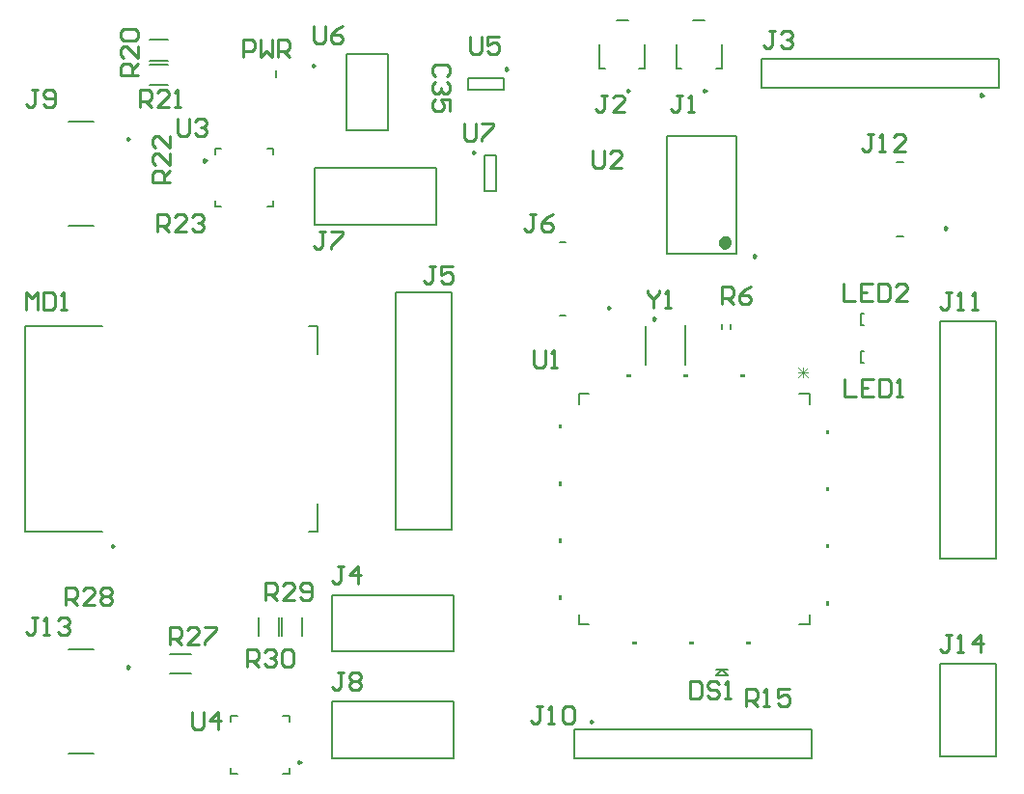
<source format=gto>
G04*
G04 #@! TF.GenerationSoftware,Altium Limited,Altium Designer,21.0.9 (235)*
G04*
G04 Layer_Color=65535*
%FSLAX25Y25*%
%MOIN*%
G70*
G04*
G04 #@! TF.SameCoordinates,E84AEAD4-148F-411F-9A4D-F382D4A6362F*
G04*
G04*
G04 #@! TF.FilePolarity,Positive*
G04*
G01*
G75*
%ADD10C,0.02362*%
%ADD11C,0.00984*%
%ADD12C,0.00600*%
%ADD13C,0.00787*%
%ADD14C,0.01000*%
%ADD15C,0.00300*%
G36*
X456047Y213721D02*
Y212721D01*
X454547D01*
Y213721D01*
X456047D01*
D02*
G37*
G36*
X430266Y228159D02*
Y229660D01*
X429266D01*
Y228159D01*
X430266D01*
D02*
G37*
G36*
Y247845D02*
Y249344D01*
X429266D01*
Y247845D01*
X430266D01*
D02*
G37*
G36*
Y267530D02*
Y269029D01*
X429266D01*
Y267530D01*
X430266D01*
D02*
G37*
G36*
Y287215D02*
Y288715D01*
X429266D01*
Y287215D01*
X430266D01*
D02*
G37*
G36*
X454078Y305121D02*
Y306121D01*
X452578D01*
Y305121D01*
X454078D01*
D02*
G37*
G36*
X473763D02*
Y306121D01*
X472263D01*
Y305121D01*
X473763D01*
D02*
G37*
G36*
X475732Y213721D02*
Y212721D01*
X474232D01*
Y213721D01*
X475732D01*
D02*
G37*
G36*
X495417D02*
Y212721D01*
X493917D01*
Y213721D01*
X495417D01*
D02*
G37*
G36*
X521666Y226191D02*
Y227691D01*
X522666D01*
Y226191D01*
X521666D01*
D02*
G37*
G36*
Y245876D02*
Y247376D01*
X522666D01*
Y245876D01*
X521666D01*
D02*
G37*
G36*
Y265561D02*
Y267061D01*
X522666D01*
Y265561D01*
X521666D01*
D02*
G37*
G36*
Y285246D02*
Y286746D01*
X522666D01*
Y285246D01*
X521666D01*
D02*
G37*
G36*
X493448Y305121D02*
Y306121D01*
X491948D01*
Y305121D01*
X493448D01*
D02*
G37*
D10*
X487653Y351661D02*
X487209Y352585D01*
X486210Y352813D01*
X485408Y352174D01*
Y351149D01*
X486210Y350510D01*
X487209Y350738D01*
X487653Y351661D01*
D11*
X497201Y346957D02*
X496463Y347383D01*
Y346531D01*
X497201Y346957D01*
X563299Y356598D02*
X562561Y357025D01*
Y356172D01*
X563299Y356598D01*
X440992Y185992D02*
X440254Y186418D01*
Y185566D01*
X440992Y185992D01*
X275468Y246760D02*
X274730Y247186D01*
Y246334D01*
X275468Y246760D01*
X307410Y379906D02*
X306671Y380332D01*
Y379479D01*
X307410Y379906D01*
X280764Y387390D02*
X280026Y387816D01*
Y386964D01*
X280764Y387390D01*
X340075Y172095D02*
X339337Y172521D01*
Y171668D01*
X340075Y172095D01*
X462653Y325252D02*
X461915Y325678D01*
Y324826D01*
X462653Y325252D01*
X400185Y382685D02*
X399447Y383111D01*
Y382259D01*
X400185Y382685D01*
X411480Y411500D02*
X410742Y411926D01*
Y411074D01*
X411480Y411500D01*
X480020Y404091D02*
X479282Y404517D01*
Y403664D01*
X480020Y404091D01*
X280764Y204890D02*
X280026Y205316D01*
Y204464D01*
X280764Y204890D01*
X344988Y412752D02*
X344250Y413178D01*
Y412326D01*
X344988Y412752D01*
X453520Y404091D02*
X452781Y404517D01*
Y403664D01*
X453520Y404091D01*
X446799Y329098D02*
X446061Y329525D01*
Y328672D01*
X446799Y329098D01*
X575693Y402524D02*
X574955Y402950D01*
Y402097D01*
X575693Y402524D01*
D12*
X515816Y295730D02*
Y299271D01*
X436116Y295730D02*
Y299271D01*
Y219571D02*
X439657D01*
X515816D02*
Y223112D01*
X512275Y299271D02*
X515816D01*
X436116D02*
X439657D01*
X436116Y219571D02*
Y223112D01*
X512275Y219571D02*
X515816D01*
D13*
X466590Y388276D02*
X490410D01*
X466590Y347724D02*
X490410D01*
X466590D02*
Y388276D01*
X490410Y347724D02*
Y388276D01*
X545957Y353744D02*
X548043D01*
X545957Y379256D02*
X548043D01*
X560697Y324504D02*
X580185D01*
X560697Y242496D02*
Y324504D01*
Y242496D02*
X580185D01*
Y324504D01*
X516484Y173433D02*
Y183433D01*
X434516Y173433D02*
X516484D01*
X434516D02*
Y183433D01*
X516484D01*
X483596Y202200D02*
X485565Y204169D01*
X485565D01*
X487533Y202200D01*
X483596D02*
X487533D01*
X483596Y204169D02*
X487533D01*
X244996Y251583D02*
X271433D01*
X342929D02*
X345783D01*
Y312961D02*
Y322843D01*
Y251583D02*
Y261465D01*
X244996Y322843D02*
X271433D01*
X342929D02*
X345783D01*
X244996Y251583D02*
Y322843D01*
X310461Y381972D02*
Y384039D01*
Y363961D02*
Y366028D01*
X328472Y363961D02*
X330539D01*
X310461D02*
X312528D01*
X330539Y381972D02*
Y384039D01*
Y363961D02*
Y366028D01*
X328472Y384039D02*
X330539D01*
X310461D02*
X312528D01*
X287850Y421543D02*
X294150D01*
X287850Y414457D02*
X294150D01*
X287850Y413043D02*
X294150D01*
X287850Y405957D02*
X294150D01*
X259760Y357508D02*
X268421D01*
X259760Y393492D02*
X268421D01*
X485622Y321713D02*
Y323287D01*
X488378Y321713D02*
Y323287D01*
X333457Y215850D02*
Y222150D01*
X340543Y215850D02*
Y222150D01*
X325457Y215850D02*
Y222150D01*
X332543Y215850D02*
Y222150D01*
X294716Y202555D02*
X302284D01*
X294716Y209445D02*
X302284D01*
X336039Y167961D02*
Y170028D01*
Y185972D02*
Y188039D01*
X315961D02*
X318028D01*
X333972D02*
X336039D01*
X315961Y167961D02*
Y170028D01*
Y185972D02*
Y188039D01*
Y167961D02*
X318028D01*
X333972D02*
X336039D01*
X459110Y309248D02*
Y322634D01*
X472890Y309504D02*
Y322890D01*
X407469Y369398D02*
Y381602D01*
X403532Y369398D02*
Y381602D01*
Y369398D02*
X407469D01*
X403532Y381602D02*
X407469D01*
X410102Y404512D02*
Y408449D01*
X397898Y404512D02*
Y408449D01*
X410102D01*
X397898Y404512D02*
X410102D01*
X533410Y310032D02*
Y313968D01*
Y310032D02*
X534590D01*
X533410Y313968D02*
X534590D01*
X533410Y323031D02*
Y326969D01*
Y323031D02*
X534590D01*
X533410Y326969D02*
X534590D01*
X372756Y252496D02*
X392244D01*
Y334504D01*
X372756D02*
X392244D01*
X372756Y252496D02*
Y334504D01*
X475591Y428402D02*
X479528D01*
X469685Y411669D02*
Y420035D01*
X485433Y411669D02*
Y420035D01*
X469685Y411669D02*
X471654D01*
X483465D02*
X485433D01*
X259760Y175008D02*
X268421D01*
X259760Y210992D02*
X268421D01*
X393004Y210256D02*
Y229744D01*
X350996D02*
X393004D01*
X350996Y210256D02*
Y229744D01*
Y210256D02*
X393004D01*
X355716Y390311D02*
Y416689D01*
Y390311D02*
X370284D01*
Y416689D01*
X355716D02*
X370284D01*
X344996Y357756D02*
X387004D01*
X344996D02*
Y377244D01*
X387004D01*
Y357756D02*
Y377244D01*
X449090Y428402D02*
X453027D01*
X443185Y411669D02*
Y420035D01*
X458933Y411669D02*
Y420035D01*
X443185Y411669D02*
X445154D01*
X456965D02*
X458933D01*
X580185Y173933D02*
Y205941D01*
X560697Y173933D02*
Y205941D01*
X580185D01*
X560697Y173933D02*
X580185D01*
X350996Y192921D02*
X393004D01*
Y173433D02*
Y192921D01*
X350996Y173433D02*
X393004D01*
X350996D02*
Y192921D01*
X429457Y326244D02*
X431543D01*
X429457Y351756D02*
X431543D01*
X499217Y405083D02*
Y415083D01*
X581185D01*
Y405083D02*
Y415083D01*
X499217Y405083D02*
X581185D01*
X331405Y408819D02*
Y411181D01*
D14*
X420501Y314499D02*
Y309501D01*
X421501Y308501D01*
X423500D01*
X424500Y309501D01*
Y314499D01*
X426499Y308501D02*
X428499D01*
X427499D01*
Y314499D01*
X426499Y313499D01*
X441002Y383499D02*
Y378501D01*
X442001Y377501D01*
X444001D01*
X445000Y378501D01*
Y383499D01*
X450998Y377501D02*
X447000D01*
X450998Y381500D01*
Y382499D01*
X449999Y383499D01*
X447999D01*
X447000Y382499D01*
X259003Y226501D02*
Y232499D01*
X262002D01*
X263001Y231499D01*
Y229500D01*
X262002Y228500D01*
X259003D01*
X261002D02*
X263001Y226501D01*
X268999D02*
X265001D01*
X268999Y230500D01*
Y231499D01*
X268000Y232499D01*
X266000D01*
X265001Y231499D01*
X270999D02*
X271998Y232499D01*
X273998D01*
X274997Y231499D01*
Y230500D01*
X273998Y229500D01*
X274997Y228500D01*
Y227501D01*
X273998Y226501D01*
X271998D01*
X270999Y227501D01*
Y228500D01*
X271998Y229500D01*
X270999Y230500D01*
Y231499D01*
X271998Y229500D02*
X273998D01*
X537699Y388998D02*
X535699D01*
X536699D01*
Y384000D01*
X535699Y383000D01*
X534700D01*
X533700Y384000D01*
X539698Y383000D02*
X541697D01*
X540698D01*
Y388998D01*
X539698Y387998D01*
X548695Y383000D02*
X544696D01*
X548695Y386999D01*
Y387998D01*
X547695Y388998D01*
X545696D01*
X544696Y387998D01*
X564699Y334498D02*
X562699D01*
X563699D01*
Y329500D01*
X562699Y328500D01*
X561700D01*
X560700Y329500D01*
X566698Y328500D02*
X568697D01*
X567698D01*
Y334498D01*
X566698Y333498D01*
X571696Y328500D02*
X573696D01*
X572696D01*
Y334498D01*
X571696Y333498D01*
X423501Y191499D02*
X421502D01*
X422502D01*
Y186501D01*
X421502Y185501D01*
X420502D01*
X419502Y186501D01*
X425500Y185501D02*
X427500D01*
X426500D01*
Y191499D01*
X425500Y190499D01*
X430499D02*
X431498Y191499D01*
X433498D01*
X434498Y190499D01*
Y186501D01*
X433498Y185501D01*
X431498D01*
X430499Y186501D01*
Y190499D01*
X494002Y191501D02*
Y197499D01*
X497002D01*
X498001Y196499D01*
Y194500D01*
X497002Y193500D01*
X494002D01*
X496002D02*
X498001Y191501D01*
X500000D02*
X502000D01*
X501000D01*
Y197499D01*
X500000Y196499D01*
X508998Y197499D02*
X504999D01*
Y194500D01*
X506998Y195500D01*
X507998D01*
X508998Y194500D01*
Y192501D01*
X507998Y191501D01*
X505999D01*
X504999Y192501D01*
X474502Y199999D02*
Y194001D01*
X477501D01*
X478501Y195001D01*
Y198999D01*
X477501Y199999D01*
X474502D01*
X484499Y198999D02*
X483499Y199999D01*
X481500D01*
X480500Y198999D01*
Y198000D01*
X481500Y197000D01*
X483499D01*
X484499Y196000D01*
Y195001D01*
X483499Y194001D01*
X481500D01*
X480500Y195001D01*
X486498Y194001D02*
X488498D01*
X487498D01*
Y199999D01*
X486498Y198999D01*
X245200Y328400D02*
Y334398D01*
X247199Y332399D01*
X249199Y334398D01*
Y328400D01*
X251198Y334398D02*
Y328400D01*
X254197D01*
X255197Y329400D01*
Y333398D01*
X254197Y334398D01*
X251198D01*
X257196Y328400D02*
X259195D01*
X258196D01*
Y334398D01*
X257196Y333398D01*
X297502Y394499D02*
Y389501D01*
X298501Y388501D01*
X300501D01*
X301500Y389501D01*
Y394499D01*
X303500Y393499D02*
X304499Y394499D01*
X306499D01*
X307498Y393499D01*
Y392500D01*
X306499Y391500D01*
X305499D01*
X306499D01*
X307498Y390500D01*
Y389501D01*
X306499Y388501D01*
X304499D01*
X303500Y389501D01*
X294857Y372207D02*
X288859D01*
Y375206D01*
X289859Y376206D01*
X291858D01*
X292858Y375206D01*
Y372207D01*
Y374206D02*
X294857Y376206D01*
Y382204D02*
Y378205D01*
X290858Y382204D01*
X289859D01*
X288859Y381204D01*
Y379205D01*
X289859Y378205D01*
X294857Y388202D02*
Y384203D01*
X290858Y388202D01*
X289859D01*
X288859Y387202D01*
Y385203D01*
X289859Y384203D01*
X290503Y355501D02*
Y361499D01*
X293502D01*
X294501Y360499D01*
Y358500D01*
X293502Y357500D01*
X290503D01*
X292502D02*
X294501Y355501D01*
X300499D02*
X296501D01*
X300499Y359500D01*
Y360499D01*
X299500Y361499D01*
X297500D01*
X296501Y360499D01*
X302499D02*
X303498Y361499D01*
X305498D01*
X306497Y360499D01*
Y359500D01*
X305498Y358500D01*
X304498D01*
X305498D01*
X306497Y357500D01*
Y356501D01*
X305498Y355501D01*
X303498D01*
X302499Y356501D01*
X283999Y409503D02*
X278001D01*
Y412502D01*
X279001Y413501D01*
X281000D01*
X282000Y412502D01*
Y409503D01*
Y411502D02*
X283999Y413501D01*
Y419499D02*
Y415501D01*
X280000Y419499D01*
X279001D01*
X278001Y418500D01*
Y416500D01*
X279001Y415501D01*
Y421499D02*
X278001Y422498D01*
Y424498D01*
X279001Y425497D01*
X282999D01*
X283999Y424498D01*
Y422498D01*
X282999Y421499D01*
X279001D01*
X284502Y398501D02*
Y404499D01*
X287501D01*
X288501Y403499D01*
Y401500D01*
X287501Y400500D01*
X284502D01*
X286502D02*
X288501Y398501D01*
X294499D02*
X290500D01*
X294499Y402500D01*
Y403499D01*
X293499Y404499D01*
X291500D01*
X290500Y403499D01*
X296498Y398501D02*
X298498D01*
X297498D01*
Y404499D01*
X296498Y403499D01*
X249199Y404498D02*
X247199D01*
X248199D01*
Y399500D01*
X247199Y398500D01*
X246200D01*
X245200Y399500D01*
X251198D02*
X252198Y398500D01*
X254197D01*
X255197Y399500D01*
Y403498D01*
X254197Y404498D01*
X252198D01*
X251198Y403498D01*
Y402499D01*
X252198Y401499D01*
X255197D01*
X485600Y330453D02*
Y336451D01*
X488599D01*
X489599Y335451D01*
Y333452D01*
X488599Y332452D01*
X485600D01*
X487599D02*
X489599Y330453D01*
X495597Y336451D02*
X493597Y335451D01*
X491598Y333452D01*
Y331452D01*
X492598Y330453D01*
X494597D01*
X495597Y331452D01*
Y332452D01*
X494597Y333452D01*
X491598D01*
X328003Y228001D02*
Y233999D01*
X331002D01*
X332001Y232999D01*
Y231000D01*
X331002Y230000D01*
X328003D01*
X330002D02*
X332001Y228001D01*
X337999D02*
X334001D01*
X337999Y232000D01*
Y232999D01*
X337000Y233999D01*
X335000D01*
X334001Y232999D01*
X339999Y229001D02*
X340998Y228001D01*
X342998D01*
X343997Y229001D01*
Y232999D01*
X342998Y233999D01*
X340998D01*
X339999Y232999D01*
Y232000D01*
X340998Y231000D01*
X343997D01*
X321503Y205001D02*
Y210999D01*
X324502D01*
X325501Y209999D01*
Y208000D01*
X324502Y207000D01*
X321503D01*
X323502D02*
X325501Y205001D01*
X327501Y209999D02*
X328500Y210999D01*
X330500D01*
X331499Y209999D01*
Y209000D01*
X330500Y208000D01*
X329500D01*
X330500D01*
X331499Y207000D01*
Y206001D01*
X330500Y205001D01*
X328500D01*
X327501Y206001D01*
X333499Y209999D02*
X334498Y210999D01*
X336498D01*
X337497Y209999D01*
Y206001D01*
X336498Y205001D01*
X334498D01*
X333499Y206001D01*
Y209999D01*
X294900Y212800D02*
Y218798D01*
X297899D01*
X298899Y217798D01*
Y215799D01*
X297899Y214799D01*
X294900D01*
X296899D02*
X298899Y212800D01*
X304897D02*
X300898D01*
X304897Y216799D01*
Y217798D01*
X303897Y218798D01*
X301898D01*
X300898Y217798D01*
X306896Y218798D02*
X310895D01*
Y217798D01*
X306896Y213800D01*
Y212800D01*
X302502Y189499D02*
Y184501D01*
X303501Y183501D01*
X305501D01*
X306500Y184501D01*
Y189499D01*
X311499Y183501D02*
Y189499D01*
X308500Y186500D01*
X312498D01*
X459700Y335198D02*
Y334198D01*
X461699Y332199D01*
X463699Y334198D01*
Y335198D01*
X461699Y332199D02*
Y329200D01*
X465698D02*
X467697D01*
X466698D01*
Y335198D01*
X465698Y334198D01*
X396400Y392698D02*
Y387700D01*
X397400Y386700D01*
X399399D01*
X400399Y387700D01*
Y392698D01*
X402398D02*
X406397D01*
Y391698D01*
X402398Y387700D01*
Y386700D01*
X398400Y422598D02*
Y417600D01*
X399400Y416600D01*
X401399D01*
X402399Y417600D01*
Y422598D01*
X408397D02*
X404398D01*
Y419599D01*
X406397Y420599D01*
X407397D01*
X408397Y419599D01*
Y417600D01*
X407397Y416600D01*
X405398D01*
X404398Y417600D01*
X390499Y408999D02*
X391499Y409998D01*
Y411998D01*
X390499Y412997D01*
X386501D01*
X385501Y411998D01*
Y409998D01*
X386501Y408999D01*
X390499Y406999D02*
X391499Y406000D01*
Y404000D01*
X390499Y403001D01*
X389500D01*
X388500Y404000D01*
Y405000D01*
Y404000D01*
X387500Y403001D01*
X386501D01*
X385501Y404000D01*
Y406000D01*
X386501Y406999D01*
X391499Y397003D02*
Y401001D01*
X388500D01*
X389500Y399002D01*
Y398002D01*
X388500Y397003D01*
X386501D01*
X385501Y398002D01*
Y400002D01*
X386501Y401001D01*
X528003Y304499D02*
Y298501D01*
X532002D01*
X538000Y304499D02*
X534001D01*
Y298501D01*
X538000D01*
X534001Y301500D02*
X536001D01*
X539999Y304499D02*
Y298501D01*
X542998D01*
X543998Y299501D01*
Y303499D01*
X542998Y304499D01*
X539999D01*
X545997Y298501D02*
X547997D01*
X546997D01*
Y304499D01*
X545997Y303499D01*
X527504Y337499D02*
Y331501D01*
X531502D01*
X537500Y337499D02*
X533502D01*
Y331501D01*
X537500D01*
X533502Y334500D02*
X535501D01*
X539500Y337499D02*
Y331501D01*
X542499D01*
X543498Y332501D01*
Y336499D01*
X542499Y337499D01*
X539500D01*
X549497Y331501D02*
X545498D01*
X549497Y335500D01*
Y336499D01*
X548497Y337499D01*
X546497D01*
X545498Y336499D01*
X386500Y343499D02*
X384501D01*
X385501D01*
Y338501D01*
X384501Y337501D01*
X383501D01*
X382502Y338501D01*
X392498Y343499D02*
X388500D01*
Y340500D01*
X390499Y341500D01*
X391499D01*
X392498Y340500D01*
Y338501D01*
X391499Y337501D01*
X389499D01*
X388500Y338501D01*
X472000Y402534D02*
X470001D01*
X471000D01*
Y397536D01*
X470001Y396536D01*
X469001D01*
X468001Y397536D01*
X473999Y396536D02*
X475999D01*
X474999D01*
Y402534D01*
X473999Y401535D01*
X249199Y221998D02*
X247199D01*
X248199D01*
Y217000D01*
X247199Y216000D01*
X246200D01*
X245200Y217000D01*
X251198Y216000D02*
X253197D01*
X252198D01*
Y221998D01*
X251198Y220998D01*
X256196D02*
X257196Y221998D01*
X259195D01*
X260195Y220998D01*
Y219999D01*
X259195Y218999D01*
X258196D01*
X259195D01*
X260195Y217999D01*
Y217000D01*
X259195Y216000D01*
X257196D01*
X256196Y217000D01*
X354999Y239698D02*
X352999D01*
X353999D01*
Y234700D01*
X352999Y233700D01*
X352000D01*
X351000Y234700D01*
X359997Y233700D02*
Y239698D01*
X356998Y236699D01*
X360997D01*
X344500Y426498D02*
Y421500D01*
X345500Y420500D01*
X347499D01*
X348499Y421500D01*
Y426498D01*
X354497D02*
X352497Y425498D01*
X350498Y423499D01*
Y421500D01*
X351498Y420500D01*
X353497D01*
X354497Y421500D01*
Y422499D01*
X353497Y423499D01*
X350498D01*
X348500Y355499D02*
X346501D01*
X347501D01*
Y350501D01*
X346501Y349501D01*
X345501D01*
X344502Y350501D01*
X350500Y355499D02*
X354498D01*
Y354499D01*
X350500Y350501D01*
Y349501D01*
X446000Y402534D02*
X444001D01*
X445001D01*
Y397536D01*
X444001Y396536D01*
X443001D01*
X442002Y397536D01*
X451998Y396536D02*
X448000D01*
X451998Y400535D01*
Y401535D01*
X450999Y402534D01*
X448999D01*
X448000Y401535D01*
X564699Y215898D02*
X562699D01*
X563699D01*
Y210900D01*
X562699Y209900D01*
X561700D01*
X560700Y210900D01*
X566698Y209900D02*
X568697D01*
X567698D01*
Y215898D01*
X566698Y214898D01*
X574695Y209900D02*
Y215898D01*
X571696Y212899D01*
X575695D01*
X354999Y202898D02*
X352999D01*
X353999D01*
Y197900D01*
X352999Y196900D01*
X352000D01*
X351000Y197900D01*
X356998Y201898D02*
X357998Y202898D01*
X359997D01*
X360997Y201898D01*
Y200899D01*
X359997Y199899D01*
X360997Y198899D01*
Y197900D01*
X359997Y196900D01*
X357998D01*
X356998Y197900D01*
Y198899D01*
X357998Y199899D01*
X356998Y200899D01*
Y201898D01*
X357998Y199899D02*
X359997D01*
X421199Y361498D02*
X419199D01*
X420199D01*
Y356500D01*
X419199Y355500D01*
X418200D01*
X417200Y356500D01*
X427197Y361498D02*
X425197Y360498D01*
X423198Y358499D01*
Y356500D01*
X424198Y355500D01*
X426197D01*
X427197Y356500D01*
Y357499D01*
X426197Y358499D01*
X423198D01*
X503699Y424598D02*
X501699D01*
X502699D01*
Y419600D01*
X501699Y418600D01*
X500700D01*
X499700Y419600D01*
X505698Y423598D02*
X506698Y424598D01*
X508697D01*
X509697Y423598D01*
Y422599D01*
X508697Y421599D01*
X507697D01*
X508697D01*
X509697Y420599D01*
Y419600D01*
X508697Y418600D01*
X506698D01*
X505698Y419600D01*
X320300Y415800D02*
Y421798D01*
X323299D01*
X324299Y420798D01*
Y418799D01*
X323299Y417799D01*
X320300D01*
X326298Y421798D02*
Y415800D01*
X328297Y417799D01*
X330297Y415800D01*
Y421798D01*
X332296Y415800D02*
Y421798D01*
X335295D01*
X336295Y420798D01*
Y418799D01*
X335295Y417799D01*
X332296D01*
X334296D02*
X336295Y415800D01*
D15*
X515165Y308500D02*
X511833Y305168D01*
Y308500D02*
X515165Y305168D01*
X513499Y308500D02*
Y305168D01*
X511833Y306834D02*
X515165D01*
M02*

</source>
